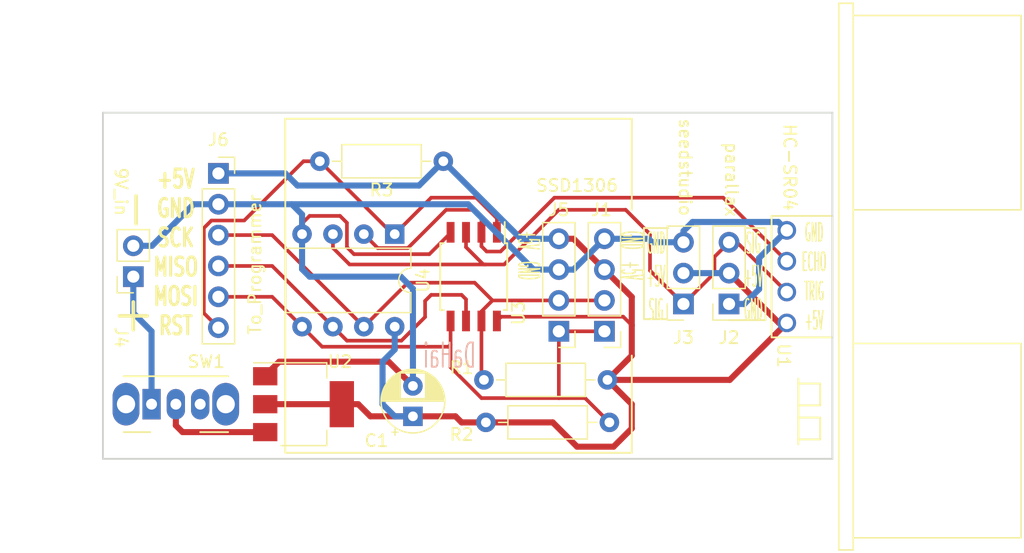
<source format=kicad_pcb>
(kicad_pcb (version 20171130) (host pcbnew "(5.1.9-0-10_14)")

  (general
    (thickness 1.6)
    (drawings 43)
    (tracks 162)
    (zones 0)
    (modules 15)
    (nets 11)
  )

  (page A4)
  (title_block
    (date "lun. 30 mars 2015")
  )

  (layers
    (0 F.Cu signal)
    (31 B.Cu signal)
    (32 B.Adhes user)
    (33 F.Adhes user)
    (34 B.Paste user)
    (35 F.Paste user)
    (36 B.SilkS user)
    (37 F.SilkS user)
    (38 B.Mask user)
    (39 F.Mask user)
    (40 Dwgs.User user)
    (41 Cmts.User user)
    (42 Eco1.User user)
    (43 Eco2.User user)
    (44 Edge.Cuts user)
    (45 Margin user)
    (46 B.CrtYd user)
    (47 F.CrtYd user)
    (48 B.Fab user)
    (49 F.Fab user)
  )

  (setup
    (last_trace_width 0.25)
    (user_trace_width 0.3)
    (user_trace_width 0.5)
    (user_trace_width 1)
    (trace_clearance 0.2)
    (zone_clearance 0.508)
    (zone_45_only no)
    (trace_min 0.2)
    (via_size 0.6)
    (via_drill 0.4)
    (via_min_size 0.4)
    (via_min_drill 0.3)
    (uvia_size 0.3)
    (uvia_drill 0.1)
    (uvias_allowed no)
    (uvia_min_size 0.2)
    (uvia_min_drill 0.1)
    (edge_width 0.15)
    (segment_width 0.15)
    (pcb_text_width 0.3)
    (pcb_text_size 1.5 1.5)
    (mod_edge_width 0.15)
    (mod_text_size 1 1)
    (mod_text_width 0.15)
    (pad_size 4.064 4.064)
    (pad_drill 3.048)
    (pad_to_mask_clearance 0)
    (aux_axis_origin 110.998 126.365)
    (grid_origin 110.998 126.365)
    (visible_elements FFFFFF7F)
    (pcbplotparams
      (layerselection 0x010fc_ffffffff)
      (usegerberextensions false)
      (usegerberattributes true)
      (usegerberadvancedattributes true)
      (creategerberjobfile true)
      (excludeedgelayer true)
      (linewidth 0.100000)
      (plotframeref false)
      (viasonmask false)
      (mode 1)
      (useauxorigin false)
      (hpglpennumber 1)
      (hpglpenspeed 20)
      (hpglpendiameter 15.000000)
      (psnegative false)
      (psa4output false)
      (plotreference true)
      (plotvalue true)
      (plotinvisibletext false)
      (padsonsilk false)
      (subtractmaskfromsilk false)
      (outputformat 1)
      (mirror false)
      (drillshape 0)
      (scaleselection 1)
      (outputdirectory "gerber"))
  )

  (net 0 "")
  (net 1 +5V)
  (net 2 GND)
  (net 3 /SCL)
  (net 4 /SDA)
  (net 5 /Trig)
  (net 6 "Net-(J4-Pad1)")
  (net 7 /RST)
  (net 8 /MISO)
  (net 9 "Net-(SW1-Pad2)")
  (net 10 /Echo)

  (net_class Default "This is the default net class."
    (clearance 0.2)
    (trace_width 0.25)
    (via_dia 0.6)
    (via_drill 0.4)
    (uvia_dia 0.3)
    (uvia_drill 0.1)
    (add_net +5V)
    (add_net /Echo)
    (add_net /MISO)
    (add_net /RST)
    (add_net /SCL)
    (add_net /SDA)
    (add_net /Trig)
    (add_net GND)
    (add_net "Net-(J4-Pad1)")
    (add_net "Net-(SW1-Pad2)")
  )

  (module Resistor_THT:R_Axial_DIN0207_L6.3mm_D2.5mm_P10.16mm_Horizontal (layer F.Cu) (tedit 5AE5139B) (tstamp 611ACB4C)
    (at 147.498 88.865 180)
    (descr "Resistor, Axial_DIN0207 series, Axial, Horizontal, pin pitch=10.16mm, 0.25W = 1/4W, length*diameter=6.3*2.5mm^2, http://cdn-reichelt.de/documents/datenblatt/B400/1_4W%23YAG.pdf")
    (tags "Resistor Axial_DIN0207 series Axial Horizontal pin pitch 10.16mm 0.25W = 1/4W length 6.3mm diameter 2.5mm")
    (path /611D1D60)
    (fp_text reference R3 (at 5.08 -2.37) (layer F.SilkS)
      (effects (font (size 1 1) (thickness 0.15)))
    )
    (fp_text value 10k (at 5.08 2.37) (layer F.Fab)
      (effects (font (size 1 1) (thickness 0.15)))
    )
    (fp_line (start 11.21 -1.5) (end -1.05 -1.5) (layer F.CrtYd) (width 0.05))
    (fp_line (start 11.21 1.5) (end 11.21 -1.5) (layer F.CrtYd) (width 0.05))
    (fp_line (start -1.05 1.5) (end 11.21 1.5) (layer F.CrtYd) (width 0.05))
    (fp_line (start -1.05 -1.5) (end -1.05 1.5) (layer F.CrtYd) (width 0.05))
    (fp_line (start 9.12 0) (end 8.35 0) (layer F.SilkS) (width 0.12))
    (fp_line (start 1.04 0) (end 1.81 0) (layer F.SilkS) (width 0.12))
    (fp_line (start 8.35 -1.37) (end 1.81 -1.37) (layer F.SilkS) (width 0.12))
    (fp_line (start 8.35 1.37) (end 8.35 -1.37) (layer F.SilkS) (width 0.12))
    (fp_line (start 1.81 1.37) (end 8.35 1.37) (layer F.SilkS) (width 0.12))
    (fp_line (start 1.81 -1.37) (end 1.81 1.37) (layer F.SilkS) (width 0.12))
    (fp_line (start 10.16 0) (end 8.23 0) (layer F.Fab) (width 0.1))
    (fp_line (start 0 0) (end 1.93 0) (layer F.Fab) (width 0.1))
    (fp_line (start 8.23 -1.25) (end 1.93 -1.25) (layer F.Fab) (width 0.1))
    (fp_line (start 8.23 1.25) (end 8.23 -1.25) (layer F.Fab) (width 0.1))
    (fp_line (start 1.93 1.25) (end 8.23 1.25) (layer F.Fab) (width 0.1))
    (fp_line (start 1.93 -1.25) (end 1.93 1.25) (layer F.Fab) (width 0.1))
    (fp_text user %R (at 5.08 0) (layer F.Fab)
      (effects (font (size 1 1) (thickness 0.15)))
    )
    (pad 2 thru_hole oval (at 10.16 0 180) (size 1.6 1.6) (drill 0.8) (layers *.Cu *.Mask)
      (net 7 /RST))
    (pad 1 thru_hole circle (at 0 0 180) (size 1.6 1.6) (drill 0.8) (layers *.Cu *.Mask)
      (net 1 +5V))
    (model ${KISYS3DMOD}/Resistor_THT.3dshapes/R_Axial_DIN0207_L6.3mm_D2.5mm_P10.16mm_Horizontal.wrl
      (at (xyz 0 0 0))
      (scale (xyz 1 1 1))
      (rotate (xyz 0 0 0))
    )
  )

  (module Resistor_THT:R_Axial_DIN0207_L6.3mm_D2.5mm_P10.16mm_Horizontal (layer F.Cu) (tedit 5AE5139B) (tstamp 611ACB35)
    (at 150.998 110.365)
    (descr "Resistor, Axial_DIN0207 series, Axial, Horizontal, pin pitch=10.16mm, 0.25W = 1/4W, length*diameter=6.3*2.5mm^2, http://cdn-reichelt.de/documents/datenblatt/B400/1_4W%23YAG.pdf")
    (tags "Resistor Axial_DIN0207 series Axial Horizontal pin pitch 10.16mm 0.25W = 1/4W length 6.3mm diameter 2.5mm")
    (path /611D1C82)
    (fp_text reference R2 (at -2 1) (layer F.SilkS)
      (effects (font (size 1 1) (thickness 0.15)))
    )
    (fp_text value 10k (at 3 0.5) (layer F.Fab)
      (effects (font (size 1 1) (thickness 0.15)))
    )
    (fp_line (start 11.21 -1.5) (end -1.05 -1.5) (layer F.CrtYd) (width 0.05))
    (fp_line (start 11.21 1.5) (end 11.21 -1.5) (layer F.CrtYd) (width 0.05))
    (fp_line (start -1.05 1.5) (end 11.21 1.5) (layer F.CrtYd) (width 0.05))
    (fp_line (start -1.05 -1.5) (end -1.05 1.5) (layer F.CrtYd) (width 0.05))
    (fp_line (start 9.12 0) (end 8.35 0) (layer F.SilkS) (width 0.12))
    (fp_line (start 1.04 0) (end 1.81 0) (layer F.SilkS) (width 0.12))
    (fp_line (start 8.35 -1.37) (end 1.81 -1.37) (layer F.SilkS) (width 0.12))
    (fp_line (start 8.35 1.37) (end 8.35 -1.37) (layer F.SilkS) (width 0.12))
    (fp_line (start 1.81 1.37) (end 8.35 1.37) (layer F.SilkS) (width 0.12))
    (fp_line (start 1.81 -1.37) (end 1.81 1.37) (layer F.SilkS) (width 0.12))
    (fp_line (start 10.16 0) (end 8.23 0) (layer F.Fab) (width 0.1))
    (fp_line (start 0 0) (end 1.93 0) (layer F.Fab) (width 0.1))
    (fp_line (start 8.23 -1.25) (end 1.93 -1.25) (layer F.Fab) (width 0.1))
    (fp_line (start 8.23 1.25) (end 8.23 -1.25) (layer F.Fab) (width 0.1))
    (fp_line (start 1.93 1.25) (end 8.23 1.25) (layer F.Fab) (width 0.1))
    (fp_line (start 1.93 -1.25) (end 1.93 1.25) (layer F.Fab) (width 0.1))
    (fp_text user %R (at 5.08 0) (layer F.Fab)
      (effects (font (size 1 1) (thickness 0.15)))
    )
    (pad 2 thru_hole oval (at 10.16 0) (size 1.6 1.6) (drill 0.8) (layers *.Cu *.Mask)
      (net 4 /SDA))
    (pad 1 thru_hole circle (at 0 0) (size 1.6 1.6) (drill 0.8) (layers *.Cu *.Mask)
      (net 1 +5V))
    (model ${KISYS3DMOD}/Resistor_THT.3dshapes/R_Axial_DIN0207_L6.3mm_D2.5mm_P10.16mm_Horizontal.wrl
      (at (xyz 0 0 0))
      (scale (xyz 1 1 1))
      (rotate (xyz 0 0 0))
    )
  )

  (module Resistor_THT:R_Axial_DIN0207_L6.3mm_D2.5mm_P10.16mm_Horizontal (layer F.Cu) (tedit 5AE5139B) (tstamp 611ACB1E)
    (at 160.998 106.865 180)
    (descr "Resistor, Axial_DIN0207 series, Axial, Horizontal, pin pitch=10.16mm, 0.25W = 1/4W, length*diameter=6.3*2.5mm^2, http://cdn-reichelt.de/documents/datenblatt/B400/1_4W%23YAG.pdf")
    (tags "Resistor Axial_DIN0207 series Axial Horizontal pin pitch 10.16mm 0.25W = 1/4W length 6.3mm diameter 2.5mm")
    (path /611D14F3)
    (fp_text reference R1 (at 12 1) (layer F.SilkS)
      (effects (font (size 1 1) (thickness 0.15)))
    )
    (fp_text value 10k (at 7 -0.5) (layer F.Fab)
      (effects (font (size 1 1) (thickness 0.15)))
    )
    (fp_line (start 11.21 -1.5) (end -1.05 -1.5) (layer F.CrtYd) (width 0.05))
    (fp_line (start 11.21 1.5) (end 11.21 -1.5) (layer F.CrtYd) (width 0.05))
    (fp_line (start -1.05 1.5) (end 11.21 1.5) (layer F.CrtYd) (width 0.05))
    (fp_line (start -1.05 -1.5) (end -1.05 1.5) (layer F.CrtYd) (width 0.05))
    (fp_line (start 9.12 0) (end 8.35 0) (layer F.SilkS) (width 0.12))
    (fp_line (start 1.04 0) (end 1.81 0) (layer F.SilkS) (width 0.12))
    (fp_line (start 8.35 -1.37) (end 1.81 -1.37) (layer F.SilkS) (width 0.12))
    (fp_line (start 8.35 1.37) (end 8.35 -1.37) (layer F.SilkS) (width 0.12))
    (fp_line (start 1.81 1.37) (end 8.35 1.37) (layer F.SilkS) (width 0.12))
    (fp_line (start 1.81 -1.37) (end 1.81 1.37) (layer F.SilkS) (width 0.12))
    (fp_line (start 10.16 0) (end 8.23 0) (layer F.Fab) (width 0.1))
    (fp_line (start 0 0) (end 1.93 0) (layer F.Fab) (width 0.1))
    (fp_line (start 8.23 -1.25) (end 1.93 -1.25) (layer F.Fab) (width 0.1))
    (fp_line (start 8.23 1.25) (end 8.23 -1.25) (layer F.Fab) (width 0.1))
    (fp_line (start 1.93 1.25) (end 8.23 1.25) (layer F.Fab) (width 0.1))
    (fp_line (start 1.93 -1.25) (end 1.93 1.25) (layer F.Fab) (width 0.1))
    (fp_text user %R (at 5.08 0) (layer F.Fab)
      (effects (font (size 1 1) (thickness 0.15)))
    )
    (pad 2 thru_hole oval (at 10.16 0 180) (size 1.6 1.6) (drill 0.8) (layers *.Cu *.Mask)
      (net 3 /SCL))
    (pad 1 thru_hole circle (at 0 0 180) (size 1.6 1.6) (drill 0.8) (layers *.Cu *.Mask)
      (net 1 +5V))
    (model ${KISYS3DMOD}/Resistor_THT.3dshapes/R_Axial_DIN0207_L6.3mm_D2.5mm_P10.16mm_Horizontal.wrl
      (at (xyz 0 0 0))
      (scale (xyz 1 1 1))
      (rotate (xyz 0 0 0))
    )
  )

  (module sonic_oled:SW_CuK_OS102011MA1QN1_SPDT_Angled (layer F.Cu) (tedit 5A02FE31) (tstamp 611AE463)
    (at 123.498 108.865)
    (descr "CuK miniature slide switch, OS series, SPDT, right angle, http://www.ckswitches.com/media/1428/os.pdf")
    (tags "switch SPDT")
    (path /611CAE35)
    (fp_text reference SW1 (at 4.5 -3.5) (layer F.SilkS)
      (effects (font (size 1 1) (thickness 0.15)))
    )
    (fp_text value SW_SPST (at 1.7 7.7) (layer F.Fab)
      (effects (font (size 1 1) (thickness 0.15)))
    )
    (fp_line (start -3.7 -2.7) (end 7.7 -2.7) (layer F.CrtYd) (width 0.05))
    (fp_line (start -3.7 6.7) (end -3.7 -2.7) (layer F.CrtYd) (width 0.05))
    (fp_line (start 7.7 6.7) (end -3.7 6.7) (layer F.CrtYd) (width 0.05))
    (fp_line (start 7.7 -2.7) (end 7.7 6.7) (layer F.CrtYd) (width 0.05))
    (fp_line (start 4 2.3) (end 6.3 2.3) (layer F.SilkS) (width 0.15))
    (fp_line (start -2.3 2.3) (end -0.1 2.3) (layer F.SilkS) (width 0.15))
    (fp_line (start -2.3 -2.3) (end 6.3 -2.3) (layer F.SilkS) (width 0.15))
    (fp_line (start 0 6.2) (end 0 2.2) (layer F.Fab) (width 0.1))
    (fp_line (start 2 6.2) (end 0 6.2) (layer F.Fab) (width 0.1))
    (fp_line (start 2 2.2) (end 2 6.2) (layer F.Fab) (width 0.1))
    (fp_line (start 6.3 2.2) (end 6.3 -2.2) (layer F.Fab) (width 0.1))
    (fp_line (start -2.3 2.2) (end 6.3 2.2) (layer F.Fab) (width 0.1))
    (fp_line (start -2.3 -2.2) (end -2.3 2.2) (layer F.Fab) (width 0.1))
    (fp_line (start -2.3 -2.2) (end 6.3 -2.2) (layer F.Fab) (width 0.1))
    (fp_text user %R (at 2.3 1.7) (layer F.Fab)
      (effects (font (size 0.5 0.5) (thickness 0.1)))
    )
    (pad "" thru_hole oval (at 6.1 0) (size 2.2 3.5) (drill 1.5) (layers *.Cu *.Mask))
    (pad "" thru_hole oval (at -2.1 0) (size 2.2 3.5) (drill 1.5) (layers *.Cu *.Mask))
    (pad 3 thru_hole oval (at 4 0) (size 1.5 2.5) (drill 0.9) (layers *.Cu *.Mask))
    (pad 2 thru_hole oval (at 2 0) (size 1.5 2.5) (drill 0.9) (layers *.Cu *.Mask)
      (net 9 "Net-(SW1-Pad2)"))
    (pad 1 thru_hole rect (at 0 0) (size 1.5 2.5) (drill 0.9) (layers *.Cu *.Mask)
      (net 6 "Net-(J4-Pad1)"))
    (model ${KISYS3DMOD}/Button_Switch_THT.3dshapes/SW_CuK_OS102011MA1QN1_SPDT_Angled.wrl
      (at (xyz 0 0 0))
      (scale (xyz 1 1 1))
      (rotate (xyz 0 0 0))
    )
    (model ${KISYS3DMOD}/Button_Switch_THT.3dshapes/SW_CuK_JS202011AQN_DPDT_Angled.wrl
      (at (xyz 0 0 0))
      (scale (xyz 1 1 1))
      (rotate (xyz 0 0 0))
    )
  )

  (module Package_DIP:DIP-8_W7.62mm (layer F.Cu) (tedit 5A02E8C5) (tstamp 611ACBF4)
    (at 143.498 94.865 270)
    (descr "8-lead though-hole mounted DIP package, row spacing 7.62 mm (300 mils)")
    (tags "THT DIP DIL PDIP 2.54mm 7.62mm 300mil")
    (path /611AB8FC)
    (fp_text reference U4 (at 3.81 -2.33 90) (layer F.SilkS)
      (effects (font (size 1 1) (thickness 0.15)))
    )
    (fp_text value ATtiny85-20PU (at 3.81 9.95 90) (layer F.Fab)
      (effects (font (size 1 1) (thickness 0.15)))
    )
    (fp_line (start 8.7 -1.55) (end -1.1 -1.55) (layer F.CrtYd) (width 0.05))
    (fp_line (start 8.7 9.15) (end 8.7 -1.55) (layer F.CrtYd) (width 0.05))
    (fp_line (start -1.1 9.15) (end 8.7 9.15) (layer F.CrtYd) (width 0.05))
    (fp_line (start -1.1 -1.55) (end -1.1 9.15) (layer F.CrtYd) (width 0.05))
    (fp_line (start 6.46 -1.33) (end 4.81 -1.33) (layer F.SilkS) (width 0.12))
    (fp_line (start 6.46 8.95) (end 6.46 -1.33) (layer F.SilkS) (width 0.12))
    (fp_line (start 1.16 8.95) (end 6.46 8.95) (layer F.SilkS) (width 0.12))
    (fp_line (start 1.16 -1.33) (end 1.16 8.95) (layer F.SilkS) (width 0.12))
    (fp_line (start 2.81 -1.33) (end 1.16 -1.33) (layer F.SilkS) (width 0.12))
    (fp_line (start 0.635 -0.27) (end 1.635 -1.27) (layer F.Fab) (width 0.1))
    (fp_line (start 0.635 8.89) (end 0.635 -0.27) (layer F.Fab) (width 0.1))
    (fp_line (start 6.985 8.89) (end 0.635 8.89) (layer F.Fab) (width 0.1))
    (fp_line (start 6.985 -1.27) (end 6.985 8.89) (layer F.Fab) (width 0.1))
    (fp_line (start 1.635 -1.27) (end 6.985 -1.27) (layer F.Fab) (width 0.1))
    (fp_text user %R (at 3.81 3.81 90) (layer F.Fab)
      (effects (font (size 1 1) (thickness 0.15)))
    )
    (fp_arc (start 3.81 -1.33) (end 2.81 -1.33) (angle -180) (layer F.SilkS) (width 0.12))
    (pad 8 thru_hole oval (at 7.62 0 270) (size 1.6 1.6) (drill 0.8) (layers *.Cu *.Mask)
      (net 1 +5V))
    (pad 4 thru_hole oval (at 0 7.62 270) (size 1.6 1.6) (drill 0.8) (layers *.Cu *.Mask)
      (net 2 GND))
    (pad 7 thru_hole oval (at 7.62 2.54 270) (size 1.6 1.6) (drill 0.8) (layers *.Cu *.Mask)
      (net 3 /SCL))
    (pad 3 thru_hole oval (at 0 5.08 270) (size 1.6 1.6) (drill 0.8) (layers *.Cu *.Mask)
      (net 5 /Trig))
    (pad 6 thru_hole oval (at 7.62 5.08 270) (size 1.6 1.6) (drill 0.8) (layers *.Cu *.Mask)
      (net 8 /MISO))
    (pad 2 thru_hole oval (at 0 2.54 270) (size 1.6 1.6) (drill 0.8) (layers *.Cu *.Mask)
      (net 10 /Echo))
    (pad 5 thru_hole oval (at 7.62 7.62 270) (size 1.6 1.6) (drill 0.8) (layers *.Cu *.Mask)
      (net 4 /SDA))
    (pad 1 thru_hole rect (at 0 0 270) (size 1.6 1.6) (drill 0.8) (layers *.Cu *.Mask)
      (net 7 /RST))
    (model ${KISYS3DMOD}/Package_DIP.3dshapes/DIP-8_W7.62mm.wrl
      (at (xyz 0 0 0))
      (scale (xyz 1 1 1))
      (rotate (xyz 0 0 0))
    )
  )

  (module Package_SO:SOIJ-8_5.3x5.3mm_P1.27mm (layer F.Cu) (tedit 5A02F2D3) (tstamp 611ACBD8)
    (at 149.998 98.365 270)
    (descr "8-Lead Plastic Small Outline (SM) - Medium, 5.28 mm Body [SOIC] (see Microchip Packaging Specification 00000049BS.pdf)")
    (tags "SOIC 1.27")
    (path /611EEF22)
    (attr smd)
    (fp_text reference U3 (at 3 -3.68 90) (layer F.SilkS)
      (effects (font (size 1 1) (thickness 0.15)))
    )
    (fp_text value ATtiny85-20SU (at 0 3.68 90) (layer F.Fab)
      (effects (font (size 1 1) (thickness 0.15)))
    )
    (fp_line (start -2.75 -2.55) (end -4.5 -2.55) (layer F.SilkS) (width 0.15))
    (fp_line (start -2.75 2.755) (end 2.75 2.755) (layer F.SilkS) (width 0.15))
    (fp_line (start -2.75 -2.755) (end 2.75 -2.755) (layer F.SilkS) (width 0.15))
    (fp_line (start -2.75 2.755) (end -2.75 2.455) (layer F.SilkS) (width 0.15))
    (fp_line (start 2.75 2.755) (end 2.75 2.455) (layer F.SilkS) (width 0.15))
    (fp_line (start 2.75 -2.755) (end 2.75 -2.455) (layer F.SilkS) (width 0.15))
    (fp_line (start -2.75 -2.755) (end -2.75 -2.55) (layer F.SilkS) (width 0.15))
    (fp_line (start -4.75 2.95) (end 4.75 2.95) (layer F.CrtYd) (width 0.05))
    (fp_line (start -4.75 -2.95) (end 4.75 -2.95) (layer F.CrtYd) (width 0.05))
    (fp_line (start 4.75 -2.95) (end 4.75 2.95) (layer F.CrtYd) (width 0.05))
    (fp_line (start -4.75 -2.95) (end -4.75 2.95) (layer F.CrtYd) (width 0.05))
    (fp_line (start -2.65 -1.65) (end -1.65 -2.65) (layer F.Fab) (width 0.15))
    (fp_line (start -2.65 2.65) (end -2.65 -1.65) (layer F.Fab) (width 0.15))
    (fp_line (start 2.65 2.65) (end -2.65 2.65) (layer F.Fab) (width 0.15))
    (fp_line (start 2.65 -2.65) (end 2.65 2.65) (layer F.Fab) (width 0.15))
    (fp_line (start -1.65 -2.65) (end 2.65 -2.65) (layer F.Fab) (width 0.15))
    (fp_text user %R (at 0 0 90) (layer F.Fab)
      (effects (font (size 1 1) (thickness 0.15)))
    )
    (pad 8 smd rect (at 3.65 -1.905 270) (size 1.7 0.65) (layers F.Cu F.Paste F.Mask)
      (net 1 +5V))
    (pad 7 smd rect (at 3.65 -0.635 270) (size 1.7 0.65) (layers F.Cu F.Paste F.Mask)
      (net 3 /SCL))
    (pad 6 smd rect (at 3.65 0.635 270) (size 1.7 0.65) (layers F.Cu F.Paste F.Mask)
      (net 8 /MISO))
    (pad 5 smd rect (at 3.65 1.905 270) (size 1.7 0.65) (layers F.Cu F.Paste F.Mask)
      (net 4 /SDA))
    (pad 4 smd rect (at -3.65 1.905 270) (size 1.7 0.65) (layers F.Cu F.Paste F.Mask)
      (net 2 GND))
    (pad 3 smd rect (at -3.65 0.635 270) (size 1.7 0.65) (layers F.Cu F.Paste F.Mask)
      (net 5 /Trig))
    (pad 2 smd rect (at -3.65 -0.635 270) (size 1.7 0.65) (layers F.Cu F.Paste F.Mask)
      (net 10 /Echo))
    (pad 1 smd rect (at -3.65 -1.905 270) (size 1.7 0.65) (layers F.Cu F.Paste F.Mask)
      (net 7 /RST))
    (model ${KISYS3DMOD}/Package_SO.3dshapes/SOIJ-8_5.3x5.3mm_P1.27mm.wrl
      (at (xyz 0 0 0))
      (scale (xyz 1 1 1))
      (rotate (xyz 0 0 0))
    )
  )

  (module Package_TO_SOT_SMD:SOT-223-3_TabPin2 (layer F.Cu) (tedit 5A02FF57) (tstamp 611ACBBB)
    (at 135.998 108.865)
    (descr "module CMS SOT223 4 pins")
    (tags "CMS SOT")
    (path /611ACE3F)
    (attr smd)
    (fp_text reference U2 (at 3 -3.5) (layer F.SilkS)
      (effects (font (size 1 1) (thickness 0.15)))
    )
    (fp_text value LT1117-5.0 (at 0 4.5) (layer F.Fab)
      (effects (font (size 1 1) (thickness 0.15)))
    )
    (fp_line (start 1.85 -3.35) (end 1.85 3.35) (layer F.Fab) (width 0.1))
    (fp_line (start -1.85 3.35) (end 1.85 3.35) (layer F.Fab) (width 0.1))
    (fp_line (start -4.1 -3.41) (end 1.91 -3.41) (layer F.SilkS) (width 0.12))
    (fp_line (start -0.85 -3.35) (end 1.85 -3.35) (layer F.Fab) (width 0.1))
    (fp_line (start -1.85 3.41) (end 1.91 3.41) (layer F.SilkS) (width 0.12))
    (fp_line (start -1.85 -2.35) (end -1.85 3.35) (layer F.Fab) (width 0.1))
    (fp_line (start -1.85 -2.35) (end -0.85 -3.35) (layer F.Fab) (width 0.1))
    (fp_line (start -4.4 -3.6) (end -4.4 3.6) (layer F.CrtYd) (width 0.05))
    (fp_line (start -4.4 3.6) (end 4.4 3.6) (layer F.CrtYd) (width 0.05))
    (fp_line (start 4.4 3.6) (end 4.4 -3.6) (layer F.CrtYd) (width 0.05))
    (fp_line (start 4.4 -3.6) (end -4.4 -3.6) (layer F.CrtYd) (width 0.05))
    (fp_line (start 1.91 -3.41) (end 1.91 -2.15) (layer F.SilkS) (width 0.12))
    (fp_line (start 1.91 3.41) (end 1.91 2.15) (layer F.SilkS) (width 0.12))
    (fp_text user %R (at 0 0 90) (layer F.Fab)
      (effects (font (size 0.8 0.8) (thickness 0.12)))
    )
    (pad 1 smd rect (at -3.15 -2.3) (size 2 1.5) (layers F.Cu F.Paste F.Mask)
      (net 2 GND))
    (pad 3 smd rect (at -3.15 2.3) (size 2 1.5) (layers F.Cu F.Paste F.Mask)
      (net 9 "Net-(SW1-Pad2)"))
    (pad 2 smd rect (at -3.15 0) (size 2 1.5) (layers F.Cu F.Paste F.Mask)
      (net 1 +5V))
    (pad 2 smd rect (at 3.15 0) (size 2 3.8) (layers F.Cu F.Paste F.Mask)
      (net 1 +5V))
    (model ${KISYS3DMOD}/Package_TO_SOT_SMD.3dshapes/SOT-223.wrl
      (at (xyz 0 0 0))
      (scale (xyz 1 1 1))
      (rotate (xyz 0 0 0))
    )
  )

  (module Connector_PinSocket_2.54mm:PinSocket_1x06_P2.54mm_Vertical (layer F.Cu) (tedit 5A19A430) (tstamp 611ACB07)
    (at 128.998 89.865)
    (descr "Through hole straight socket strip, 1x06, 2.54mm pitch, single row (from Kicad 4.0.7), script generated")
    (tags "Through hole socket strip THT 1x06 2.54mm single row")
    (path /611BED81)
    (fp_text reference J6 (at 0 -2.77) (layer F.SilkS)
      (effects (font (size 1 1) (thickness 0.15)))
    )
    (fp_text value To_Programmer (at 3 7.5 -90) (layer F.SilkS)
      (effects (font (size 1 1) (thickness 0.15)))
    )
    (fp_line (start -1.8 14.45) (end -1.8 -1.8) (layer F.CrtYd) (width 0.05))
    (fp_line (start 1.75 14.45) (end -1.8 14.45) (layer F.CrtYd) (width 0.05))
    (fp_line (start 1.75 -1.8) (end 1.75 14.45) (layer F.CrtYd) (width 0.05))
    (fp_line (start -1.8 -1.8) (end 1.75 -1.8) (layer F.CrtYd) (width 0.05))
    (fp_line (start 0 -1.33) (end 1.33 -1.33) (layer F.SilkS) (width 0.12))
    (fp_line (start 1.33 -1.33) (end 1.33 0) (layer F.SilkS) (width 0.12))
    (fp_line (start 1.33 1.27) (end 1.33 14.03) (layer F.SilkS) (width 0.12))
    (fp_line (start -1.33 14.03) (end 1.33 14.03) (layer F.SilkS) (width 0.12))
    (fp_line (start -1.33 1.27) (end -1.33 14.03) (layer F.SilkS) (width 0.12))
    (fp_line (start -1.33 1.27) (end 1.33 1.27) (layer F.SilkS) (width 0.12))
    (fp_line (start -1.27 13.97) (end -1.27 -1.27) (layer F.Fab) (width 0.1))
    (fp_line (start 1.27 13.97) (end -1.27 13.97) (layer F.Fab) (width 0.1))
    (fp_line (start 1.27 -0.635) (end 1.27 13.97) (layer F.Fab) (width 0.1))
    (fp_line (start 0.635 -1.27) (end 1.27 -0.635) (layer F.Fab) (width 0.1))
    (fp_line (start -1.27 -1.27) (end 0.635 -1.27) (layer F.Fab) (width 0.1))
    (fp_text user %R (at 0 6.35 -270) (layer F.Fab)
      (effects (font (size 1 1) (thickness 0.15)))
    )
    (pad 6 thru_hole oval (at 0 12.7) (size 1.7 1.7) (drill 1) (layers *.Cu *.Mask)
      (net 7 /RST))
    (pad 5 thru_hole oval (at 0 10.16) (size 1.7 1.7) (drill 1) (layers *.Cu *.Mask)
      (net 4 /SDA))
    (pad 4 thru_hole oval (at 0 7.62) (size 1.7 1.7) (drill 1) (layers *.Cu *.Mask)
      (net 8 /MISO))
    (pad 3 thru_hole oval (at 0 5.08) (size 1.7 1.7) (drill 1) (layers *.Cu *.Mask)
      (net 3 /SCL))
    (pad 2 thru_hole oval (at 0 2.54) (size 1.7 1.7) (drill 1) (layers *.Cu *.Mask)
      (net 2 GND))
    (pad 1 thru_hole rect (at 0 0) (size 1.7 1.7) (drill 1) (layers *.Cu *.Mask)
      (net 1 +5V))
    (model ${KISYS3DMOD}/Connector_PinSocket_2.54mm.3dshapes/PinSocket_1x06_P2.54mm_Vertical.wrl
      (at (xyz 0 0 0))
      (scale (xyz 1 1 1))
      (rotate (xyz 0 0 0))
    )
  )

  (module Connector_PinHeader_2.54mm:PinHeader_1x04_P2.54mm_Vertical (layer F.Cu) (tedit 59FED5CC) (tstamp 611ACAED)
    (at 156.998 102.865 180)
    (descr "Through hole straight pin header, 1x04, 2.54mm pitch, single row")
    (tags "Through hole pin header THT 1x04 2.54mm single row")
    (path /611B989E)
    (fp_text reference J5 (at 0 10) (layer F.SilkS)
      (effects (font (size 1 1) (thickness 0.15)))
    )
    (fp_text value SSD1306 (at -1.5 12) (layer F.SilkS)
      (effects (font (size 1 1) (thickness 0.15)))
    )
    (fp_line (start 1.8 -1.8) (end -1.8 -1.8) (layer F.CrtYd) (width 0.05))
    (fp_line (start 1.8 9.4) (end 1.8 -1.8) (layer F.CrtYd) (width 0.05))
    (fp_line (start -1.8 9.4) (end 1.8 9.4) (layer F.CrtYd) (width 0.05))
    (fp_line (start -1.8 -1.8) (end -1.8 9.4) (layer F.CrtYd) (width 0.05))
    (fp_line (start -1.33 -1.33) (end 0 -1.33) (layer F.SilkS) (width 0.12))
    (fp_line (start -1.33 0) (end -1.33 -1.33) (layer F.SilkS) (width 0.12))
    (fp_line (start -1.33 1.27) (end 1.33 1.27) (layer F.SilkS) (width 0.12))
    (fp_line (start 1.33 1.27) (end 1.33 8.95) (layer F.SilkS) (width 0.12))
    (fp_line (start -1.33 1.27) (end -1.33 8.95) (layer F.SilkS) (width 0.12))
    (fp_line (start -1.33 8.95) (end 1.33 8.95) (layer F.SilkS) (width 0.12))
    (fp_line (start -1.27 -0.635) (end -0.635 -1.27) (layer F.Fab) (width 0.1))
    (fp_line (start -1.27 8.89) (end -1.27 -0.635) (layer F.Fab) (width 0.1))
    (fp_line (start 1.27 8.89) (end -1.27 8.89) (layer F.Fab) (width 0.1))
    (fp_line (start 1.27 -1.27) (end 1.27 8.89) (layer F.Fab) (width 0.1))
    (fp_line (start -0.635 -1.27) (end 1.27 -1.27) (layer F.Fab) (width 0.1))
    (fp_text user %R (at 0 3.81 90) (layer F.Fab)
      (effects (font (size 1 1) (thickness 0.15)))
    )
    (pad 4 thru_hole oval (at 0 7.62 180) (size 1.7 1.7) (drill 1) (layers *.Cu *.Mask)
      (net 1 +5V))
    (pad 3 thru_hole oval (at 0 5.08 180) (size 1.7 1.7) (drill 1) (layers *.Cu *.Mask)
      (net 2 GND))
    (pad 2 thru_hole oval (at 0 2.54 180) (size 1.7 1.7) (drill 1) (layers *.Cu *.Mask)
      (net 3 /SCL))
    (pad 1 thru_hole rect (at 0 0 180) (size 1.7 1.7) (drill 1) (layers *.Cu *.Mask)
      (net 4 /SDA))
    (model ${KISYS3DMOD}/Connector_PinHeader_2.54mm.3dshapes/PinHeader_1x04_P2.54mm_Vertical.wrl
      (at (xyz 0 0 0))
      (scale (xyz 1 1 1))
      (rotate (xyz 0 0 0))
    )
  )

  (module Connector_PinSocket_2.54mm:PinSocket_1x02_P2.54mm_Vertical (layer F.Cu) (tedit 5A19A420) (tstamp 611ACAD5)
    (at 121.998 98.365 180)
    (descr "Through hole straight socket strip, 1x02, 2.54mm pitch, single row (from Kicad 4.0.7), script generated")
    (tags "Through hole socket strip THT 1x02 2.54mm single row")
    (path /611B02E8)
    (fp_text reference J4 (at 1 -5 270 unlocked) (layer F.SilkS)
      (effects (font (size 1 1) (thickness 0.15)))
    )
    (fp_text value 9V_in (at 1 7 270 unlocked) (layer F.SilkS)
      (effects (font (size 1 1) (thickness 0.15)))
    )
    (fp_line (start -1.8 4.3) (end -1.8 -1.8) (layer F.CrtYd) (width 0.05))
    (fp_line (start 1.75 4.3) (end -1.8 4.3) (layer F.CrtYd) (width 0.05))
    (fp_line (start 1.75 -1.8) (end 1.75 4.3) (layer F.CrtYd) (width 0.05))
    (fp_line (start -1.8 -1.8) (end 1.75 -1.8) (layer F.CrtYd) (width 0.05))
    (fp_line (start 0 -1.33) (end 1.33 -1.33) (layer F.SilkS) (width 0.12))
    (fp_line (start 1.33 -1.33) (end 1.33 0) (layer F.SilkS) (width 0.12))
    (fp_line (start 1.33 1.27) (end 1.33 3.87) (layer F.SilkS) (width 0.12))
    (fp_line (start -1.33 3.87) (end 1.33 3.87) (layer F.SilkS) (width 0.12))
    (fp_line (start -1.33 1.27) (end -1.33 3.87) (layer F.SilkS) (width 0.12))
    (fp_line (start -1.33 1.27) (end 1.33 1.27) (layer F.SilkS) (width 0.12))
    (fp_line (start -1.27 3.81) (end -1.27 -1.27) (layer F.Fab) (width 0.1))
    (fp_line (start 1.27 3.81) (end -1.27 3.81) (layer F.Fab) (width 0.1))
    (fp_line (start 1.27 -0.635) (end 1.27 3.81) (layer F.Fab) (width 0.1))
    (fp_line (start 0.635 -1.27) (end 1.27 -0.635) (layer F.Fab) (width 0.1))
    (fp_line (start -1.27 -1.27) (end 0.635 -1.27) (layer F.Fab) (width 0.1))
    (fp_text user %R (at 0 1.27 90) (layer F.Fab)
      (effects (font (size 1 1) (thickness 0.15)))
    )
    (pad 2 thru_hole oval (at 0 2.54 180) (size 1.7 1.7) (drill 1) (layers *.Cu *.Mask)
      (net 2 GND))
    (pad 1 thru_hole rect (at 0 0 180) (size 1.7 1.7) (drill 1) (layers *.Cu *.Mask)
      (net 6 "Net-(J4-Pad1)"))
    (model ${KISYS3DMOD}/Connector_PinSocket_2.54mm.3dshapes/PinSocket_1x02_P2.54mm_Vertical.wrl
      (at (xyz 0 0 0))
      (scale (xyz 1 1 1))
      (rotate (xyz 0 0 0))
    )
    (model "./9V Battery.wrl"
      (offset (xyz -50 -0.5 -26.5))
      (scale (xyz 0.39 0.39 0.39))
      (rotate (xyz 90 0 90))
    )
  )

  (module Capacitor_THT:CP_Radial_D5.0mm_P2.50mm (layer F.Cu) (tedit 5AE50EF0) (tstamp 611ACA39)
    (at 144.998 109.865 90)
    (descr "CP, Radial series, Radial, pin pitch=2.50mm, , diameter=5mm, Electrolytic Capacitor")
    (tags "CP Radial series Radial pin pitch 2.50mm  diameter 5mm Electrolytic Capacitor")
    (path /611B43A9)
    (fp_text reference C1 (at -2 -3 180) (layer F.SilkS)
      (effects (font (size 1 1) (thickness 0.15)))
    )
    (fp_text value 10u (at 1.25 3.75 90) (layer F.Fab)
      (effects (font (size 1 1) (thickness 0.15)))
    )
    (fp_line (start -1.304775 -1.725) (end -1.304775 -1.225) (layer F.SilkS) (width 0.12))
    (fp_line (start -1.554775 -1.475) (end -1.054775 -1.475) (layer F.SilkS) (width 0.12))
    (fp_line (start 3.851 -0.284) (end 3.851 0.284) (layer F.SilkS) (width 0.12))
    (fp_line (start 3.811 -0.518) (end 3.811 0.518) (layer F.SilkS) (width 0.12))
    (fp_line (start 3.771 -0.677) (end 3.771 0.677) (layer F.SilkS) (width 0.12))
    (fp_line (start 3.731 -0.805) (end 3.731 0.805) (layer F.SilkS) (width 0.12))
    (fp_line (start 3.691 -0.915) (end 3.691 0.915) (layer F.SilkS) (width 0.12))
    (fp_line (start 3.651 -1.011) (end 3.651 1.011) (layer F.SilkS) (width 0.12))
    (fp_line (start 3.611 -1.098) (end 3.611 1.098) (layer F.SilkS) (width 0.12))
    (fp_line (start 3.571 -1.178) (end 3.571 1.178) (layer F.SilkS) (width 0.12))
    (fp_line (start 3.531 1.04) (end 3.531 1.251) (layer F.SilkS) (width 0.12))
    (fp_line (start 3.531 -1.251) (end 3.531 -1.04) (layer F.SilkS) (width 0.12))
    (fp_line (start 3.491 1.04) (end 3.491 1.319) (layer F.SilkS) (width 0.12))
    (fp_line (start 3.491 -1.319) (end 3.491 -1.04) (layer F.SilkS) (width 0.12))
    (fp_line (start 3.451 1.04) (end 3.451 1.383) (layer F.SilkS) (width 0.12))
    (fp_line (start 3.451 -1.383) (end 3.451 -1.04) (layer F.SilkS) (width 0.12))
    (fp_line (start 3.411 1.04) (end 3.411 1.443) (layer F.SilkS) (width 0.12))
    (fp_line (start 3.411 -1.443) (end 3.411 -1.04) (layer F.SilkS) (width 0.12))
    (fp_line (start 3.371 1.04) (end 3.371 1.5) (layer F.SilkS) (width 0.12))
    (fp_line (start 3.371 -1.5) (end 3.371 -1.04) (layer F.SilkS) (width 0.12))
    (fp_line (start 3.331 1.04) (end 3.331 1.554) (layer F.SilkS) (width 0.12))
    (fp_line (start 3.331 -1.554) (end 3.331 -1.04) (layer F.SilkS) (width 0.12))
    (fp_line (start 3.291 1.04) (end 3.291 1.605) (layer F.SilkS) (width 0.12))
    (fp_line (start 3.291 -1.605) (end 3.291 -1.04) (layer F.SilkS) (width 0.12))
    (fp_line (start 3.251 1.04) (end 3.251 1.653) (layer F.SilkS) (width 0.12))
    (fp_line (start 3.251 -1.653) (end 3.251 -1.04) (layer F.SilkS) (width 0.12))
    (fp_line (start 3.211 1.04) (end 3.211 1.699) (layer F.SilkS) (width 0.12))
    (fp_line (start 3.211 -1.699) (end 3.211 -1.04) (layer F.SilkS) (width 0.12))
    (fp_line (start 3.171 1.04) (end 3.171 1.743) (layer F.SilkS) (width 0.12))
    (fp_line (start 3.171 -1.743) (end 3.171 -1.04) (layer F.SilkS) (width 0.12))
    (fp_line (start 3.131 1.04) (end 3.131 1.785) (layer F.SilkS) (width 0.12))
    (fp_line (start 3.131 -1.785) (end 3.131 -1.04) (layer F.SilkS) (width 0.12))
    (fp_line (start 3.091 1.04) (end 3.091 1.826) (layer F.SilkS) (width 0.12))
    (fp_line (start 3.091 -1.826) (end 3.091 -1.04) (layer F.SilkS) (width 0.12))
    (fp_line (start 3.051 1.04) (end 3.051 1.864) (layer F.SilkS) (width 0.12))
    (fp_line (start 3.051 -1.864) (end 3.051 -1.04) (layer F.SilkS) (width 0.12))
    (fp_line (start 3.011 1.04) (end 3.011 1.901) (layer F.SilkS) (width 0.12))
    (fp_line (start 3.011 -1.901) (end 3.011 -1.04) (layer F.SilkS) (width 0.12))
    (fp_line (start 2.971 1.04) (end 2.971 1.937) (layer F.SilkS) (width 0.12))
    (fp_line (start 2.971 -1.937) (end 2.971 -1.04) (layer F.SilkS) (width 0.12))
    (fp_line (start 2.931 1.04) (end 2.931 1.971) (layer F.SilkS) (width 0.12))
    (fp_line (start 2.931 -1.971) (end 2.931 -1.04) (layer F.SilkS) (width 0.12))
    (fp_line (start 2.891 1.04) (end 2.891 2.004) (layer F.SilkS) (width 0.12))
    (fp_line (start 2.891 -2.004) (end 2.891 -1.04) (layer F.SilkS) (width 0.12))
    (fp_line (start 2.851 1.04) (end 2.851 2.035) (layer F.SilkS) (width 0.12))
    (fp_line (start 2.851 -2.035) (end 2.851 -1.04) (layer F.SilkS) (width 0.12))
    (fp_line (start 2.811 1.04) (end 2.811 2.065) (layer F.SilkS) (width 0.12))
    (fp_line (start 2.811 -2.065) (end 2.811 -1.04) (layer F.SilkS) (width 0.12))
    (fp_line (start 2.771 1.04) (end 2.771 2.095) (layer F.SilkS) (width 0.12))
    (fp_line (start 2.771 -2.095) (end 2.771 -1.04) (layer F.SilkS) (width 0.12))
    (fp_line (start 2.731 1.04) (end 2.731 2.122) (layer F.SilkS) (width 0.12))
    (fp_line (start 2.731 -2.122) (end 2.731 -1.04) (layer F.SilkS) (width 0.12))
    (fp_line (start 2.691 1.04) (end 2.691 2.149) (layer F.SilkS) (width 0.12))
    (fp_line (start 2.691 -2.149) (end 2.691 -1.04) (layer F.SilkS) (width 0.12))
    (fp_line (start 2.651 1.04) (end 2.651 2.175) (layer F.SilkS) (width 0.12))
    (fp_line (start 2.651 -2.175) (end 2.651 -1.04) (layer F.SilkS) (width 0.12))
    (fp_line (start 2.611 1.04) (end 2.611 2.2) (layer F.SilkS) (width 0.12))
    (fp_line (start 2.611 -2.2) (end 2.611 -1.04) (layer F.SilkS) (width 0.12))
    (fp_line (start 2.571 1.04) (end 2.571 2.224) (layer F.SilkS) (width 0.12))
    (fp_line (start 2.571 -2.224) (end 2.571 -1.04) (layer F.SilkS) (width 0.12))
    (fp_line (start 2.531 1.04) (end 2.531 2.247) (layer F.SilkS) (width 0.12))
    (fp_line (start 2.531 -2.247) (end 2.531 -1.04) (layer F.SilkS) (width 0.12))
    (fp_line (start 2.491 1.04) (end 2.491 2.268) (layer F.SilkS) (width 0.12))
    (fp_line (start 2.491 -2.268) (end 2.491 -1.04) (layer F.SilkS) (width 0.12))
    (fp_line (start 2.451 1.04) (end 2.451 2.29) (layer F.SilkS) (width 0.12))
    (fp_line (start 2.451 -2.29) (end 2.451 -1.04) (layer F.SilkS) (width 0.12))
    (fp_line (start 2.411 1.04) (end 2.411 2.31) (layer F.SilkS) (width 0.12))
    (fp_line (start 2.411 -2.31) (end 2.411 -1.04) (layer F.SilkS) (width 0.12))
    (fp_line (start 2.371 1.04) (end 2.371 2.329) (layer F.SilkS) (width 0.12))
    (fp_line (start 2.371 -2.329) (end 2.371 -1.04) (layer F.SilkS) (width 0.12))
    (fp_line (start 2.331 1.04) (end 2.331 2.348) (layer F.SilkS) (width 0.12))
    (fp_line (start 2.331 -2.348) (end 2.331 -1.04) (layer F.SilkS) (width 0.12))
    (fp_line (start 2.291 1.04) (end 2.291 2.365) (layer F.SilkS) (width 0.12))
    (fp_line (start 2.291 -2.365) (end 2.291 -1.04) (layer F.SilkS) (width 0.12))
    (fp_line (start 2.251 1.04) (end 2.251 2.382) (layer F.SilkS) (width 0.12))
    (fp_line (start 2.251 -2.382) (end 2.251 -1.04) (layer F.SilkS) (width 0.12))
    (fp_line (start 2.211 1.04) (end 2.211 2.398) (layer F.SilkS) (width 0.12))
    (fp_line (start 2.211 -2.398) (end 2.211 -1.04) (layer F.SilkS) (width 0.12))
    (fp_line (start 2.171 1.04) (end 2.171 2.414) (layer F.SilkS) (width 0.12))
    (fp_line (start 2.171 -2.414) (end 2.171 -1.04) (layer F.SilkS) (width 0.12))
    (fp_line (start 2.131 1.04) (end 2.131 2.428) (layer F.SilkS) (width 0.12))
    (fp_line (start 2.131 -2.428) (end 2.131 -1.04) (layer F.SilkS) (width 0.12))
    (fp_line (start 2.091 1.04) (end 2.091 2.442) (layer F.SilkS) (width 0.12))
    (fp_line (start 2.091 -2.442) (end 2.091 -1.04) (layer F.SilkS) (width 0.12))
    (fp_line (start 2.051 1.04) (end 2.051 2.455) (layer F.SilkS) (width 0.12))
    (fp_line (start 2.051 -2.455) (end 2.051 -1.04) (layer F.SilkS) (width 0.12))
    (fp_line (start 2.011 1.04) (end 2.011 2.468) (layer F.SilkS) (width 0.12))
    (fp_line (start 2.011 -2.468) (end 2.011 -1.04) (layer F.SilkS) (width 0.12))
    (fp_line (start 1.971 1.04) (end 1.971 2.48) (layer F.SilkS) (width 0.12))
    (fp_line (start 1.971 -2.48) (end 1.971 -1.04) (layer F.SilkS) (width 0.12))
    (fp_line (start 1.93 1.04) (end 1.93 2.491) (layer F.SilkS) (width 0.12))
    (fp_line (start 1.93 -2.491) (end 1.93 -1.04) (layer F.SilkS) (width 0.12))
    (fp_line (start 1.89 1.04) (end 1.89 2.501) (layer F.SilkS) (width 0.12))
    (fp_line (start 1.89 -2.501) (end 1.89 -1.04) (layer F.SilkS) (width 0.12))
    (fp_line (start 1.85 1.04) (end 1.85 2.511) (layer F.SilkS) (width 0.12))
    (fp_line (start 1.85 -2.511) (end 1.85 -1.04) (layer F.SilkS) (width 0.12))
    (fp_line (start 1.81 1.04) (end 1.81 2.52) (layer F.SilkS) (width 0.12))
    (fp_line (start 1.81 -2.52) (end 1.81 -1.04) (layer F.SilkS) (width 0.12))
    (fp_line (start 1.77 1.04) (end 1.77 2.528) (layer F.SilkS) (width 0.12))
    (fp_line (start 1.77 -2.528) (end 1.77 -1.04) (layer F.SilkS) (width 0.12))
    (fp_line (start 1.73 1.04) (end 1.73 2.536) (layer F.SilkS) (width 0.12))
    (fp_line (start 1.73 -2.536) (end 1.73 -1.04) (layer F.SilkS) (width 0.12))
    (fp_line (start 1.69 1.04) (end 1.69 2.543) (layer F.SilkS) (width 0.12))
    (fp_line (start 1.69 -2.543) (end 1.69 -1.04) (layer F.SilkS) (width 0.12))
    (fp_line (start 1.65 1.04) (end 1.65 2.55) (layer F.SilkS) (width 0.12))
    (fp_line (start 1.65 -2.55) (end 1.65 -1.04) (layer F.SilkS) (width 0.12))
    (fp_line (start 1.61 1.04) (end 1.61 2.556) (layer F.SilkS) (width 0.12))
    (fp_line (start 1.61 -2.556) (end 1.61 -1.04) (layer F.SilkS) (width 0.12))
    (fp_line (start 1.57 1.04) (end 1.57 2.561) (layer F.SilkS) (width 0.12))
    (fp_line (start 1.57 -2.561) (end 1.57 -1.04) (layer F.SilkS) (width 0.12))
    (fp_line (start 1.53 1.04) (end 1.53 2.565) (layer F.SilkS) (width 0.12))
    (fp_line (start 1.53 -2.565) (end 1.53 -1.04) (layer F.SilkS) (width 0.12))
    (fp_line (start 1.49 1.04) (end 1.49 2.569) (layer F.SilkS) (width 0.12))
    (fp_line (start 1.49 -2.569) (end 1.49 -1.04) (layer F.SilkS) (width 0.12))
    (fp_line (start 1.45 -2.573) (end 1.45 2.573) (layer F.SilkS) (width 0.12))
    (fp_line (start 1.41 -2.576) (end 1.41 2.576) (layer F.SilkS) (width 0.12))
    (fp_line (start 1.37 -2.578) (end 1.37 2.578) (layer F.SilkS) (width 0.12))
    (fp_line (start 1.33 -2.579) (end 1.33 2.579) (layer F.SilkS) (width 0.12))
    (fp_line (start 1.29 -2.58) (end 1.29 2.58) (layer F.SilkS) (width 0.12))
    (fp_line (start 1.25 -2.58) (end 1.25 2.58) (layer F.SilkS) (width 0.12))
    (fp_line (start -0.633605 -1.3375) (end -0.633605 -0.8375) (layer F.Fab) (width 0.1))
    (fp_line (start -0.883605 -1.0875) (end -0.383605 -1.0875) (layer F.Fab) (width 0.1))
    (fp_circle (center 1.25 0) (end 4 0) (layer F.CrtYd) (width 0.05))
    (fp_circle (center 1.25 0) (end 3.87 0) (layer F.SilkS) (width 0.12))
    (fp_circle (center 1.25 0) (end 3.75 0) (layer F.Fab) (width 0.1))
    (fp_text user %R (at 1.25 0 90) (layer F.Fab)
      (effects (font (size 1 1) (thickness 0.15)))
    )
    (pad 2 thru_hole circle (at 2.5 0 90) (size 1.6 1.6) (drill 0.8) (layers *.Cu *.Mask)
      (net 2 GND))
    (pad 1 thru_hole rect (at 0 0 90) (size 1.6 1.6) (drill 0.8) (layers *.Cu *.Mask)
      (net 1 +5V))
    (model ${KISYS3DMOD}/Capacitor_THT.3dshapes/CP_Radial_D5.0mm_P2.50mm.wrl
      (at (xyz 0 0 0))
      (scale (xyz 1 1 1))
      (rotate (xyz 0 0 0))
    )
  )

  (module Connector_PinSocket_2.54mm:PinSocket_1x03_P2.54mm_Vertical (layer F.Cu) (tedit 5A19A429) (tstamp 6119F4E8)
    (at 167.248 100.615 180)
    (descr "Through hole straight socket strip, 1x03, 2.54mm pitch, single row (from Kicad 4.0.7), script generated")
    (tags "Through hole socket strip THT 1x03 2.54mm single row")
    (path /611CA25E)
    (fp_text reference J3 (at 0 -2.77) (layer F.SilkS)
      (effects (font (size 1 1) (thickness 0.15)))
    )
    (fp_text value seedstudio (at -0.15 11.25 270 unlocked) (layer F.SilkS)
      (effects (font (size 1 1) (thickness 0.15)))
    )
    (fp_line (start -1.27 -1.27) (end 0.635 -1.27) (layer F.Fab) (width 0.1))
    (fp_line (start 0.635 -1.27) (end 1.27 -0.635) (layer F.Fab) (width 0.1))
    (fp_line (start 1.27 -0.635) (end 1.27 6.35) (layer F.Fab) (width 0.1))
    (fp_line (start 1.27 6.35) (end -1.27 6.35) (layer F.Fab) (width 0.1))
    (fp_line (start -1.27 6.35) (end -1.27 -1.27) (layer F.Fab) (width 0.1))
    (fp_line (start -1.33 1.27) (end 1.33 1.27) (layer F.SilkS) (width 0.12))
    (fp_line (start -1.33 1.27) (end -1.33 6.41) (layer F.SilkS) (width 0.12))
    (fp_line (start -1.33 6.41) (end 1.33 6.41) (layer F.SilkS) (width 0.12))
    (fp_line (start 1.33 1.27) (end 1.33 6.41) (layer F.SilkS) (width 0.12))
    (fp_line (start 1.33 -1.33) (end 1.33 0) (layer F.SilkS) (width 0.12))
    (fp_line (start 0 -1.33) (end 1.33 -1.33) (layer F.SilkS) (width 0.12))
    (fp_line (start -1.8 -1.8) (end 1.75 -1.8) (layer F.CrtYd) (width 0.05))
    (fp_line (start 1.75 -1.8) (end 1.75 6.85) (layer F.CrtYd) (width 0.05))
    (fp_line (start 1.75 6.85) (end -1.8 6.85) (layer F.CrtYd) (width 0.05))
    (fp_line (start -1.8 6.85) (end -1.8 -1.8) (layer F.CrtYd) (width 0.05))
    (fp_text user %R (at 0 2.54 90) (layer F.Fab)
      (effects (font (size 1 1) (thickness 0.15)))
    )
    (pad 3 thru_hole oval (at 0 5.08 180) (size 1.7 1.7) (drill 1) (layers *.Cu *.Mask)
      (net 2 GND))
    (pad 2 thru_hole oval (at 0 2.54 180) (size 1.7 1.7) (drill 1) (layers *.Cu *.Mask)
      (net 1 +5V))
    (pad 1 thru_hole rect (at 0 0 180) (size 1.7 1.7) (drill 1) (layers *.Cu *.Mask)
      (net 5 /Trig))
    (model ${KISYS3DMOD}/Connector_PinSocket_2.54mm.3dshapes/PinSocket_1x03_P2.54mm_Vertical.wrl
      (at (xyz 0 0 0))
      (scale (xyz 1 1 1))
      (rotate (xyz 0 0 0))
    )
  )

  (module Connector_PinSocket_2.54mm:PinSocket_1x03_P2.54mm_Vertical (layer F.Cu) (tedit 5A19A429) (tstamp 6119EF94)
    (at 170.998 100.615 180)
    (descr "Through hole straight socket strip, 1x03, 2.54mm pitch, single row (from Kicad 4.0.7), script generated")
    (tags "Through hole socket strip THT 1x03 2.54mm single row")
    (path /611C2D91)
    (fp_text reference J2 (at 0 -2.77) (layer F.SilkS)
      (effects (font (size 1 1) (thickness 0.15)))
    )
    (fp_text value parallax (at -0.2 10.25 270 unlocked) (layer F.SilkS)
      (effects (font (size 1 1) (thickness 0.15)))
    )
    (fp_line (start -1.27 -1.27) (end 0.635 -1.27) (layer F.Fab) (width 0.1))
    (fp_line (start 0.635 -1.27) (end 1.27 -0.635) (layer F.Fab) (width 0.1))
    (fp_line (start 1.27 -0.635) (end 1.27 6.35) (layer F.Fab) (width 0.1))
    (fp_line (start 1.27 6.35) (end -1.27 6.35) (layer F.Fab) (width 0.1))
    (fp_line (start -1.27 6.35) (end -1.27 -1.27) (layer F.Fab) (width 0.1))
    (fp_line (start -1.33 1.27) (end 1.33 1.27) (layer F.SilkS) (width 0.12))
    (fp_line (start -1.33 1.27) (end -1.33 6.41) (layer F.SilkS) (width 0.12))
    (fp_line (start -1.33 6.41) (end 1.33 6.41) (layer F.SilkS) (width 0.12))
    (fp_line (start 1.33 1.27) (end 1.33 6.41) (layer F.SilkS) (width 0.12))
    (fp_line (start 1.33 -1.33) (end 1.33 0) (layer F.SilkS) (width 0.12))
    (fp_line (start 0 -1.33) (end 1.33 -1.33) (layer F.SilkS) (width 0.12))
    (fp_line (start -1.8 -1.8) (end 1.75 -1.8) (layer F.CrtYd) (width 0.05))
    (fp_line (start 1.75 -1.8) (end 1.75 6.85) (layer F.CrtYd) (width 0.05))
    (fp_line (start 1.75 6.85) (end -1.8 6.85) (layer F.CrtYd) (width 0.05))
    (fp_line (start -1.8 6.85) (end -1.8 -1.8) (layer F.CrtYd) (width 0.05))
    (fp_text user %R (at 0 2.54 90) (layer F.Fab)
      (effects (font (size 1 1) (thickness 0.15)))
    )
    (pad 3 thru_hole oval (at 0 5.08 180) (size 1.7 1.7) (drill 1) (layers *.Cu *.Mask)
      (net 5 /Trig))
    (pad 2 thru_hole oval (at 0 2.54 180) (size 1.7 1.7) (drill 1) (layers *.Cu *.Mask)
      (net 1 +5V))
    (pad 1 thru_hole rect (at 0 0 180) (size 1.7 1.7) (drill 1) (layers *.Cu *.Mask)
      (net 2 GND))
    (model ${KISYS3DMOD}/Connector_PinSocket_2.54mm.3dshapes/PinSocket_1x03_P2.54mm_Vertical.wrl
      (at (xyz 0 0 0))
      (scale (xyz 1 1 1))
      (rotate (xyz 0 0 0))
    )
  )

  (module Connector_PinHeader_2.54mm:PinHeader_1x04_P2.54mm_Vertical (layer F.Cu) (tedit 59FED5CC) (tstamp 61151F9B)
    (at 160.748 102.865 180)
    (descr "Through hole straight pin header, 1x04, 2.54mm pitch, single row")
    (tags "Through hole pin header THT 1x04 2.54mm single row")
    (path /6114F24C)
    (fp_text reference J1 (at 0.25 10) (layer F.SilkS)
      (effects (font (size 1 1) (thickness 0.15)))
    )
    (fp_text value SSD1306 (at 0 9.95) (layer F.Fab)
      (effects (font (size 1 1) (thickness 0.15)))
    )
    (fp_line (start -0.635 -1.27) (end 1.27 -1.27) (layer F.Fab) (width 0.1))
    (fp_line (start 1.27 -1.27) (end 1.27 8.89) (layer F.Fab) (width 0.1))
    (fp_line (start 1.27 8.89) (end -1.27 8.89) (layer F.Fab) (width 0.1))
    (fp_line (start -1.27 8.89) (end -1.27 -0.635) (layer F.Fab) (width 0.1))
    (fp_line (start -1.27 -0.635) (end -0.635 -1.27) (layer F.Fab) (width 0.1))
    (fp_line (start -1.33 8.95) (end 1.33 8.95) (layer F.SilkS) (width 0.12))
    (fp_line (start -1.33 1.27) (end -1.33 8.95) (layer F.SilkS) (width 0.12))
    (fp_line (start 1.33 1.27) (end 1.33 8.95) (layer F.SilkS) (width 0.12))
    (fp_line (start -1.33 1.27) (end 1.33 1.27) (layer F.SilkS) (width 0.12))
    (fp_line (start -1.33 0) (end -1.33 -1.33) (layer F.SilkS) (width 0.12))
    (fp_line (start -1.33 -1.33) (end 0 -1.33) (layer F.SilkS) (width 0.12))
    (fp_line (start -1.8 -1.8) (end -1.8 9.4) (layer F.CrtYd) (width 0.05))
    (fp_line (start -1.8 9.4) (end 1.8 9.4) (layer F.CrtYd) (width 0.05))
    (fp_line (start 1.8 9.4) (end 1.8 -1.8) (layer F.CrtYd) (width 0.05))
    (fp_line (start 1.8 -1.8) (end -1.8 -1.8) (layer F.CrtYd) (width 0.05))
    (fp_text user %R (at 0 3.81 90) (layer F.Fab)
      (effects (font (size 1 1) (thickness 0.15)))
    )
    (pad 4 thru_hole oval (at 0 7.62 180) (size 1.7 1.7) (drill 1) (layers *.Cu *.Mask)
      (net 2 GND))
    (pad 3 thru_hole oval (at 0 5.08 180) (size 1.7 1.7) (drill 1) (layers *.Cu *.Mask)
      (net 1 +5V))
    (pad 2 thru_hole oval (at 0 2.54 180) (size 1.7 1.7) (drill 1) (layers *.Cu *.Mask)
      (net 3 /SCL))
    (pad 1 thru_hole rect (at 0 0 180) (size 1.7 1.7) (drill 1) (layers *.Cu *.Mask)
      (net 4 /SDA))
    (model ${KISYS3DMOD}/Connector_PinHeader_2.54mm.3dshapes/PinHeader_1x04_P2.54mm_Vertical.wrl
      (at (xyz 0 0 0))
      (scale (xyz 1 1 1))
      (rotate (xyz 0 0 0))
    )
    (model ./oled_0_96.wrl
      (offset (xyz -1.5 -4 6))
      (scale (xyz 0.39 0.39 0.39))
      (rotate (xyz -90 0 -90))
    )
  )

  (module HC-SR04:XCVR_HC-SR04 (layer F.Cu) (tedit 6114B277) (tstamp 6115155F)
    (at 175.748 98.365 90)
    (path /6114C2AF)
    (fp_text reference U1 (at -6.5 -0.25 270 unlocked) (layer F.SilkS)
      (effects (font (size 1.00052 1.00052) (thickness 0.15)))
    )
    (fp_text value HC-SR04 (at 9 0.25 270 unlocked) (layer F.SilkS)
      (effects (font (size 1.001693 1.001693) (thickness 0.15)))
    )
    (fp_line (start -21.5 19.27) (end -5.5 19.27) (layer F.SilkS) (width 0.127))
    (fp_line (start 5.5 19.27) (end 21.5 19.27) (layer F.SilkS) (width 0.127))
    (fp_line (start 22.5 5.47) (end 21.5 5.47) (layer F.SilkS) (width 0.127))
    (fp_line (start 21.5 5.47) (end 5.5 5.47) (layer F.SilkS) (width 0.127))
    (fp_line (start 5.5 5.47) (end -5.5 5.47) (layer F.SilkS) (width 0.127))
    (fp_line (start -5.5 5.47) (end -21.5 5.47) (layer F.SilkS) (width 0.127))
    (fp_line (start -21.5 5.47) (end -22.5 5.47) (layer F.SilkS) (width 0.127))
    (fp_line (start -22.5 5.47) (end -22.5 4.27) (layer F.SilkS) (width 0.127))
    (fp_line (start -22.5 4.27) (end 22.5 4.27) (layer F.SilkS) (width 0.127))
    (fp_line (start 22.5 4.27) (end 22.5 5.47) (layer F.SilkS) (width 0.127))
    (fp_line (start -21.5 5.47) (end -21.5 19.27) (layer F.SilkS) (width 0.127))
    (fp_line (start 21.5 5.47) (end 21.5 19.27) (layer F.SilkS) (width 0.127))
    (fp_line (start -5.5 5.47) (end -5.5 19.27) (layer F.SilkS) (width 0.127))
    (fp_line (start 5.5 5.47) (end 5.5 19.27) (layer F.SilkS) (width 0.127))
    (fp_line (start -22.75 4) (end -22.75 19.5) (layer F.CrtYd) (width 0.05))
    (fp_line (start -22.75 19.5) (end 22.75 19.5) (layer F.CrtYd) (width 0.05))
    (fp_line (start 22.75 19.5) (end 22.75 4) (layer F.CrtYd) (width 0.05))
    (fp_line (start 22.75 4) (end 5 4) (layer F.CrtYd) (width 0.05))
    (fp_line (start 5 4) (end 5 -1.25) (layer F.CrtYd) (width 0.05))
    (fp_line (start 5 -1.25) (end -5 -1.25) (layer F.CrtYd) (width 0.05))
    (fp_line (start -5 -1.25) (end -5 4) (layer F.CrtYd) (width 0.05))
    (fp_line (start -5 4) (end -22.75 4) (layer F.CrtYd) (width 0.05))
    (pad 2 thru_hole circle (at -1.27 0 90) (size 1.53 1.53) (drill 1.02) (layers *.Cu *.Mask)
      (net 5 /Trig))
    (pad 3 thru_hole circle (at 1.27 0 90) (size 1.53 1.53) (drill 1.02) (layers *.Cu *.Mask)
      (net 10 /Echo))
    (pad 4 thru_hole circle (at 3.81 0 90) (size 1.53 1.53) (drill 1.02) (layers *.Cu *.Mask)
      (net 2 GND))
    (pad 1 thru_hole circle (at -3.81 0 90) (size 1.53 1.53) (drill 1.02) (layers *.Cu *.Mask)
      (net 1 +5V))
    (model ./HC-SR04.wrl
      (offset (xyz 0 -10 8.5))
      (scale (xyz 0.39 0.39 0.39))
      (rotate (xyz -90 0 0))
    )
    (model ${KISYS3DMOD}/Connector_PinSocket_2.54mm.3dshapes/PinSocket_1x04_P2.54mm_Vertical.wrl
      (offset (xyz 4 0 0))
      (scale (xyz 1 1 1))
      (rotate (xyz 0 0 90))
    )
  )

  (dimension 28.5 (width 0.15) (layer F.Fab)
    (gr_text "28.500 mm" (at 114.698 99.115 90) (layer F.Fab)
      (effects (font (size 1 1) (thickness 0.15)))
    )
    (feature1 (pts (xy 117.498 84.865) (xy 115.411579 84.865)))
    (feature2 (pts (xy 117.498 113.365) (xy 115.411579 113.365)))
    (crossbar (pts (xy 115.998 113.365) (xy 115.998 84.865)))
    (arrow1a (pts (xy 115.998 84.865) (xy 116.584421 85.991504)))
    (arrow1b (pts (xy 115.998 84.865) (xy 115.411579 85.991504)))
    (arrow2a (pts (xy 115.998 113.365) (xy 116.584421 112.238496)))
    (arrow2b (pts (xy 115.998 113.365) (xy 115.411579 112.238496)))
  )
  (dimension 60 (width 0.15) (layer F.Fab)
    (gr_text "60.000 mm" (at 149.498 80.065) (layer F.Fab)
      (effects (font (size 1 1) (thickness 0.15)))
    )
    (feature1 (pts (xy 179.498 82.865) (xy 179.498 80.778579)))
    (feature2 (pts (xy 119.498 82.865) (xy 119.498 80.778579)))
    (crossbar (pts (xy 119.498 81.365) (xy 179.498 81.365)))
    (arrow1a (pts (xy 179.498 81.365) (xy 178.371496 81.951421)))
    (arrow1b (pts (xy 179.498 81.365) (xy 178.371496 80.778579)))
    (arrow2a (pts (xy 119.498 81.365) (xy 120.624504 81.951421)))
    (arrow2b (pts (xy 119.498 81.365) (xy 120.624504 80.778579)))
  )
  (gr_line (start 162.998 104.865) (end 162.998 112.865) (layer F.SilkS) (width 0.15) (tstamp 611B16C3))
  (gr_text +5V (at 154.498 95.365 -90) (layer F.SilkS) (tstamp 611B1623)
    (effects (font (size 1.7 0.5) (thickness 0.125)))
  )
  (gr_text GND (at 154.498 97.865 270) (layer F.SilkS) (tstamp 611B1603)
    (effects (font (size 1.7 0.5) (thickness 0.125)))
  )
  (gr_text +5V (at 162.998 97.865 -90) (layer F.SilkS) (tstamp 611B15E6)
    (effects (font (size 1.7 0.5) (thickness 0.125)))
  )
  (gr_text GND (at 162.998 95.365 270) (layer F.SilkS) (tstamp 611B1538)
    (effects (font (size 1.7 0.5) (thickness 0.125)))
  )
  (gr_line (start 174.498 103.365) (end 174.498 93.365) (layer F.SilkS) (width 0.15) (tstamp 611B1175))
  (gr_line (start 179.498 103.365) (end 174.498 103.365) (layer F.SilkS) (width 0.15))
  (gr_line (start 179.498 93.365) (end 179.498 103.365) (layer F.SilkS) (width 0.15))
  (gr_line (start 174.498 93.365) (end 179.498 93.365) (layer F.SilkS) (width 0.15))
  (gr_line (start 163.998 101.865) (end 165.918 101.865) (layer F.SilkS) (width 0.15))
  (gr_line (start 163.998 94.365) (end 163.998 101.865) (layer F.SilkS) (width 0.15))
  (gr_line (start 165.998 94.365) (end 163.998 94.365) (layer F.SilkS) (width 0.15))
  (gr_line (start 173.998 94.365) (end 172.328 94.365) (layer F.SilkS) (width 0.15))
  (gr_line (start 173.998 101.945) (end 173.998 94.365) (layer F.SilkS) (width 0.15))
  (gr_line (start 170.998 101.945) (end 173.998 101.945) (layer F.SilkS) (width 0.15))
  (gr_text "GND\n+5V\nSIG" (at 164.998 98.365) (layer F.SilkS) (tstamp 611B101A)
    (effects (font (size 1.7 0.5) (thickness 0.125)))
  )
  (gr_text "SIG\n+5V\nGND" (at 172.998 98.365) (layer F.SilkS)
    (effects (font (size 1.7 0.5) (thickness 0.125)))
  )
  (gr_text "GND\nECHO\nTRIG\n+5V" (at 177.998 98.365) (layer F.SilkS)
    (effects (font (size 1.5 0.5) (thickness 0.125)))
  )
  (gr_text - (at 121.998 92.865 90) (layer F.SilkS)
    (effects (font (size 3 3) (thickness 0.3)))
  )
  (gr_text + (at 121.998 101.365) (layer F.SilkS)
    (effects (font (size 3 3) (thickness 0.3)))
  )
  (gr_text "+5V\nGND\nSCK\nMISO\nMOSI\nRST" (at 125.498 96.365) (layer F.SilkS)
    (effects (font (size 1.5 1) (thickness 0.25)))
  )
  (gr_text DaHai (at 147.998 104.865) (layer B.SilkS)
    (effects (font (size 2 1) (thickness 0.15)) (justify mirror))
  )
  (gr_line (start 134.498 112.865) (end 134.498 85.365) (layer F.SilkS) (width 0.15) (tstamp 611A2C17))
  (gr_line (start 162.998 112.865) (end 134.498 112.865) (layer F.SilkS) (width 0.15))
  (gr_line (start 162.998 85.365) (end 134.498 85.365) (layer F.SilkS) (width 0.15))
  (gr_line (start 162.998 85.365) (end 162.998 92.865) (layer F.SilkS) (width 0.15))
  (gr_line (start 178.498 107.165) (end 176.698 107.165) (layer F.SilkS) (width 0.15))
  (gr_line (start 178.498 108.965) (end 178.498 107.165) (layer F.SilkS) (width 0.15))
  (gr_line (start 176.698 108.965) (end 178.498 108.965) (layer F.SilkS) (width 0.15))
  (gr_line (start 178.498 109.965) (end 176.698 109.965) (layer F.SilkS) (width 0.15))
  (gr_line (start 178.498 111.765) (end 178.498 109.965) (layer F.SilkS) (width 0.15))
  (gr_line (start 176.698 111.765) (end 178.498 111.765) (layer F.SilkS) (width 0.15))
  (gr_line (start 176.698 106.765) (end 176.698 112.165) (layer F.SilkS) (width 0.15))
  (gr_line (start 179.498 113.365) (end 179.498 84.865) (angle 90) (layer Edge.Cuts) (width 0.15))
  (gr_line (start 119.498 113.365) (end 179.498 113.365) (angle 90) (layer Edge.Cuts) (width 0.15))
  (gr_line (start 119.498 84.865) (end 119.498 113.365) (angle 90) (layer Edge.Cuts) (width 0.15))
  (gr_line (start 179.498 84.865) (end 119.498 84.865) (angle 90) (layer Edge.Cuts) (width 0.15))
  (gr_line (start 173.355 102.235) (end 173.355 94.615) (angle 90) (layer Dwgs.User) (width 0.15))
  (gr_line (start 178.435 102.235) (end 173.355 102.235) (angle 90) (layer Dwgs.User) (width 0.15))
  (gr_line (start 178.435 94.615) (end 178.435 102.235) (angle 90) (layer Dwgs.User) (width 0.15))
  (gr_line (start 173.355 94.615) (end 178.435 94.615) (angle 90) (layer Dwgs.User) (width 0.15))

  (segment (start 132.848 108.865) (end 139.148 108.865) (width 0.5) (layer F.Cu) (net 1))
  (segment (start 139.148 108.865) (end 140.498 108.865) (width 0.5) (layer F.Cu) (net 1))
  (segment (start 141.498 109.865) (end 144.998 109.865) (width 0.5) (layer F.Cu) (net 1))
  (segment (start 140.498 108.865) (end 141.498 109.865) (width 0.5) (layer F.Cu) (net 1))
  (segment (start 144.998 109.865) (end 148.498 109.865) (width 0.5) (layer F.Cu) (net 1))
  (segment (start 148.998 110.365) (end 150.998 110.365) (width 0.5) (layer F.Cu) (net 1))
  (segment (start 148.498 109.865) (end 148.998 110.365) (width 0.5) (layer F.Cu) (net 1))
  (segment (start 150.998 110.365) (end 156.498 110.365) (width 0.5) (layer F.Cu) (net 1))
  (segment (start 156.498 110.365) (end 158.498 112.365) (width 0.5) (layer F.Cu) (net 1))
  (segment (start 158.498 112.365) (end 161.498 112.365) (width 0.5) (layer F.Cu) (net 1))
  (segment (start 161.498 112.365) (end 162.998 110.865) (width 0.5) (layer F.Cu) (net 1))
  (segment (start 162.998 108.865) (end 160.998 106.865) (width 0.5) (layer F.Cu) (net 1))
  (segment (start 162.998 110.865) (end 162.998 108.865) (width 0.5) (layer F.Cu) (net 1))
  (segment (start 143.498 102.485) (end 143.498 104.365) (width 0.5) (layer B.Cu) (net 1))
  (segment (start 143.498 104.365) (end 142.498 105.365) (width 0.5) (layer B.Cu) (net 1))
  (segment (start 142.498 105.365) (end 142.498 108.865) (width 0.5) (layer B.Cu) (net 1))
  (segment (start 143.498 109.865) (end 144.998 109.865) (width 0.5) (layer B.Cu) (net 1))
  (segment (start 142.498 108.865) (end 143.498 109.865) (width 0.5) (layer B.Cu) (net 1))
  (segment (start 152.253001 101.664999) (end 162.297999 101.664999) (width 0.3) (layer F.Cu) (net 1))
  (segment (start 151.903 102.015) (end 152.253001 101.664999) (width 0.3) (layer F.Cu) (net 1))
  (segment (start 162.297999 101.664999) (end 162.998 102.365) (width 0.3) (layer F.Cu) (net 1))
  (segment (start 171.058 106.865) (end 175.748 102.175) (width 0.5) (layer F.Cu) (net 1))
  (segment (start 160.998 106.865) (end 171.058 106.865) (width 0.5) (layer F.Cu) (net 1))
  (segment (start 167.248 98.075) (end 170.998 98.075) (width 0.5) (layer B.Cu) (net 1))
  (segment (start 170.998 97.865) (end 170.998 98.075) (width 0.5) (layer B.Cu) (net 1))
  (segment (start 175.098 102.175) (end 175.748 102.175) (width 0.5) (layer F.Cu) (net 1))
  (segment (start 170.998 98.075) (end 175.098 102.175) (width 0.5) (layer F.Cu) (net 1))
  (segment (start 162.998 104.865) (end 160.998 106.865) (width 0.5) (layer F.Cu) (net 1))
  (segment (start 162.998 102.365) (end 162.998 104.865) (width 0.5) (layer F.Cu) (net 1))
  (segment (start 158.208 95.245) (end 160.748 97.785) (width 0.5) (layer F.Cu) (net 1))
  (segment (start 156.998 95.245) (end 158.208 95.245) (width 0.5) (layer F.Cu) (net 1))
  (segment (start 161.913 98.95) (end 160.748 97.785) (width 0.5) (layer F.Cu) (net 1))
  (segment (start 162.998 100.035) (end 161.913 98.95) (width 0.5) (layer F.Cu) (net 1))
  (segment (start 162.998 102.365) (end 162.998 100.035) (width 0.5) (layer F.Cu) (net 1))
  (segment (start 153.878 95.245) (end 147.498 88.865) (width 0.5) (layer B.Cu) (net 1))
  (segment (start 156.998 95.245) (end 153.878 95.245) (width 0.5) (layer B.Cu) (net 1))
  (segment (start 128.998 89.865) (end 134.498 89.865) (width 0.5) (layer B.Cu) (net 1))
  (segment (start 134.498 89.865) (end 135.498 90.865) (width 0.5) (layer B.Cu) (net 1))
  (segment (start 145.498 90.865) (end 147.498 88.865) (width 0.5) (layer B.Cu) (net 1))
  (segment (start 135.498 90.865) (end 145.498 90.865) (width 0.5) (layer B.Cu) (net 1))
  (segment (start 160.748 95.245) (end 164.378 95.245) (width 0.5) (layer B.Cu) (net 2))
  (segment (start 164.668 95.535) (end 167.248 95.535) (width 0.5) (layer B.Cu) (net 2))
  (segment (start 164.378 95.245) (end 164.668 95.535) (width 0.5) (layer B.Cu) (net 2))
  (segment (start 158.208 97.785) (end 160.748 95.245) (width 0.5) (layer B.Cu) (net 2))
  (segment (start 156.998 97.785) (end 158.208 97.785) (width 0.5) (layer B.Cu) (net 2))
  (segment (start 121.998 95.825) (end 123.538 95.825) (width 0.5) (layer B.Cu) (net 2))
  (segment (start 126.958 92.405) (end 128.998 92.405) (width 0.5) (layer B.Cu) (net 2))
  (segment (start 123.538 95.825) (end 126.958 92.405) (width 0.5) (layer B.Cu) (net 2))
  (segment (start 128.998 92.405) (end 135.038 92.405) (width 0.5) (layer B.Cu) (net 2))
  (segment (start 135.878 93.245) (end 135.878 94.865) (width 0.5) (layer B.Cu) (net 2))
  (segment (start 135.038 92.405) (end 135.878 93.245) (width 0.5) (layer B.Cu) (net 2))
  (segment (start 132.848 106.565) (end 132.848 106.515) (width 0.5) (layer F.Cu) (net 2))
  (segment (start 132.848 106.515) (end 133.998 105.365) (width 0.5) (layer F.Cu) (net 2))
  (segment (start 142.998 105.365) (end 144.998 107.365) (width 0.5) (layer F.Cu) (net 2))
  (segment (start 133.998 105.365) (end 142.998 105.365) (width 0.5) (layer F.Cu) (net 2))
  (segment (start 148.093 94.77) (end 148.093 94.715) (width 0.3) (layer F.Cu) (net 2))
  (segment (start 146.347988 96.515012) (end 148.093 94.77) (width 0.3) (layer F.Cu) (net 2))
  (segment (start 140.148012 96.515012) (end 146.347988 96.515012) (width 0.3) (layer F.Cu) (net 2))
  (segment (start 139.568001 95.935001) (end 140.148012 96.515012) (width 0.3) (layer F.Cu) (net 2))
  (segment (start 139.568001 93.935001) (end 139.568001 95.935001) (width 0.3) (layer F.Cu) (net 2))
  (segment (start 138.998 93.365) (end 139.568001 93.935001) (width 0.3) (layer F.Cu) (net 2))
  (segment (start 136.498 93.365) (end 138.998 93.365) (width 0.3) (layer F.Cu) (net 2))
  (segment (start 135.878 93.985) (end 136.498 93.365) (width 0.3) (layer F.Cu) (net 2))
  (segment (start 135.878 94.865) (end 135.878 93.985) (width 0.3) (layer F.Cu) (net 2))
  (segment (start 144.998 107.365) (end 144.998 99.365) (width 0.5) (layer B.Cu) (net 2))
  (segment (start 144.998 99.365) (end 143.998 98.365) (width 0.5) (layer B.Cu) (net 2))
  (segment (start 143.998 98.365) (end 136.498 98.365) (width 0.5) (layer B.Cu) (net 2))
  (segment (start 135.878 97.745) (end 135.878 94.865) (width 0.5) (layer B.Cu) (net 2))
  (segment (start 136.498 98.365) (end 135.878 97.745) (width 0.5) (layer B.Cu) (net 2))
  (segment (start 170.998 100.615) (end 172.248 100.615) (width 0.5) (layer B.Cu) (net 2))
  (segment (start 173.468 99.395) (end 173.468 96.835) (width 0.5) (layer B.Cu) (net 2))
  (segment (start 172.248 100.615) (end 173.468 99.395) (width 0.5) (layer B.Cu) (net 2))
  (segment (start 173.468 96.835) (end 175.748 94.555) (width 0.5) (layer B.Cu) (net 2))
  (segment (start 167.248 95.535) (end 167.248 94.615) (width 0.5) (layer B.Cu) (net 2))
  (segment (start 167.248 94.615) (end 167.998 93.865) (width 0.5) (layer B.Cu) (net 2))
  (segment (start 175.058 93.865) (end 175.748 94.555) (width 0.5) (layer B.Cu) (net 2))
  (segment (start 167.998 93.865) (end 175.058 93.865) (width 0.5) (layer B.Cu) (net 2))
  (segment (start 156.998 97.785) (end 154.918 97.785) (width 0.5) (layer B.Cu) (net 2))
  (segment (start 149.538 92.405) (end 147.958 92.405) (width 0.5) (layer B.Cu) (net 2))
  (segment (start 154.918 97.785) (end 149.538 92.405) (width 0.5) (layer B.Cu) (net 2))
  (segment (start 135.038 92.405) (end 147.958 92.405) (width 0.5) (layer B.Cu) (net 2))
  (segment (start 150.633 106.66) (end 150.838 106.865) (width 0.3) (layer F.Cu) (net 3))
  (segment (start 150.633 102.015) (end 150.633 106.66) (width 0.3) (layer F.Cu) (net 3))
  (segment (start 160.748 100.325) (end 151.538 100.325) (width 0.3) (layer F.Cu) (net 3))
  (segment (start 150.633 101.23) (end 150.633 102.015) (width 0.3) (layer F.Cu) (net 3))
  (segment (start 151.538 100.325) (end 150.633 101.23) (width 0.3) (layer F.Cu) (net 3))
  (segment (start 133.418 94.945) (end 140.958 102.485) (width 0.3) (layer F.Cu) (net 3))
  (segment (start 128.998 94.945) (end 133.418 94.945) (width 0.3) (layer F.Cu) (net 3))
  (segment (start 140.958 102.485) (end 144.57801 98.86499) (width 0.3) (layer F.Cu) (net 3))
  (segment (start 144.57801 98.86499) (end 150.07799 98.86499) (width 0.3) (layer F.Cu) (net 3))
  (segment (start 150.07799 98.86499) (end 151.538 100.325) (width 0.3) (layer F.Cu) (net 3))
  (segment (start 156.998 102.865) (end 160.748 102.865) (width 0.3) (layer F.Cu) (net 4))
  (segment (start 148.093 105.822002) (end 150.635998 108.365) (width 0.3) (layer F.Cu) (net 4))
  (segment (start 159.158 108.365) (end 161.158 110.365) (width 0.3) (layer F.Cu) (net 4))
  (segment (start 156.998 102.865) (end 156.998 108.365) (width 0.3) (layer F.Cu) (net 4))
  (segment (start 156.998 108.365) (end 159.158 108.365) (width 0.3) (layer F.Cu) (net 4))
  (segment (start 150.635998 108.365) (end 156.998 108.365) (width 0.3) (layer F.Cu) (net 4))
  (segment (start 133.418 100.025) (end 135.878 102.485) (width 0.3) (layer F.Cu) (net 4))
  (segment (start 128.998 100.025) (end 133.418 100.025) (width 0.3) (layer F.Cu) (net 4))
  (segment (start 148.093 103.96) (end 148.093 105.822002) (width 0.3) (layer F.Cu) (net 4))
  (segment (start 148.093 102.015) (end 148.093 103.96) (width 0.3) (layer F.Cu) (net 4))
  (segment (start 147.917985 104.135015) (end 148.093 103.96) (width 0.3) (layer F.Cu) (net 4))
  (segment (start 137.528016 104.135015) (end 147.917985 104.135015) (width 0.3) (layer F.Cu) (net 4))
  (segment (start 135.878 102.485) (end 137.528016 104.135015) (width 0.3) (layer F.Cu) (net 4))
  (segment (start 169.797999 98.065001) (end 167.248 100.615) (width 0.3) (layer F.Cu) (net 5))
  (segment (start 169.797999 96.735001) (end 169.797999 98.065001) (width 0.3) (layer F.Cu) (net 5))
  (segment (start 170.998 95.535) (end 169.797999 96.735001) (width 0.3) (layer F.Cu) (net 5))
  (segment (start 171.648 95.535) (end 170.998 95.535) (width 0.3) (layer F.Cu) (net 5))
  (segment (start 175.748 99.635) (end 171.648 95.535) (width 0.3) (layer F.Cu) (net 5))
  (segment (start 149.363 94.715) (end 149.363 95.937122) (width 0.3) (layer F.Cu) (net 5))
  (segment (start 149.363 95.937122) (end 150.790889 97.365011) (width 0.3) (layer F.Cu) (net 5))
  (segment (start 150.790889 97.365011) (end 150.998011 97.365011) (width 0.3) (layer F.Cu) (net 5))
  (segment (start 164.498 97.865) (end 167.248 100.615) (width 0.3) (layer F.Cu) (net 5))
  (segment (start 162.498 92.865) (end 164.498 94.865) (width 0.3) (layer F.Cu) (net 5))
  (segment (start 156.998 92.865) (end 162.498 92.865) (width 0.3) (layer F.Cu) (net 5))
  (segment (start 152.497989 97.365011) (end 156.998 92.865) (width 0.3) (layer F.Cu) (net 5))
  (segment (start 164.498 94.865) (end 164.498 97.865) (width 0.3) (layer F.Cu) (net 5))
  (segment (start 150.998011 97.365011) (end 152.497989 97.365011) (width 0.3) (layer F.Cu) (net 5))
  (segment (start 138.418 94.865) (end 138.418 95.99637) (width 0.3) (layer F.Cu) (net 5))
  (segment (start 138.418 95.99637) (end 139.786641 97.365011) (width 0.3) (layer F.Cu) (net 5))
  (segment (start 139.786641 97.365011) (end 150.998011 97.365011) (width 0.3) (layer F.Cu) (net 5))
  (segment (start 121.998 98.365) (end 121.998 101.365) (width 0.5) (layer B.Cu) (net 6))
  (segment (start 123.498 102.865) (end 123.498 108.865) (width 0.5) (layer B.Cu) (net 6))
  (segment (start 121.998 101.365) (end 123.498 102.865) (width 0.5) (layer B.Cu) (net 6))
  (segment (start 151.903 93.565) (end 150.203 91.865) (width 0.3) (layer F.Cu) (net 7))
  (segment (start 151.903 94.715) (end 151.903 93.565) (width 0.3) (layer F.Cu) (net 7))
  (segment (start 146.498 91.865) (end 143.498 94.865) (width 0.3) (layer F.Cu) (net 7))
  (segment (start 150.203 91.865) (end 146.498 91.865) (width 0.3) (layer F.Cu) (net 7))
  (segment (start 143.338 94.865) (end 143.498 94.865) (width 0.3) (layer F.Cu) (net 7))
  (segment (start 137.338 88.865) (end 143.338 94.865) (width 0.3) (layer F.Cu) (net 7))
  (segment (start 128.421999 93.744999) (end 131.118001 93.744999) (width 0.3) (layer F.Cu) (net 7))
  (segment (start 127.797999 94.368999) (end 128.421999 93.744999) (width 0.3) (layer F.Cu) (net 7))
  (segment (start 127.797999 101.364999) (end 127.797999 94.368999) (width 0.3) (layer F.Cu) (net 7))
  (segment (start 128.998 102.565) (end 127.797999 101.364999) (width 0.3) (layer F.Cu) (net 7))
  (segment (start 135.998 88.865) (end 137.338 88.865) (width 0.3) (layer F.Cu) (net 7))
  (segment (start 131.118001 93.744999) (end 135.998 88.865) (width 0.3) (layer F.Cu) (net 7))
  (segment (start 133.418 97.485) (end 138.418 102.485) (width 0.3) (layer F.Cu) (net 8))
  (segment (start 128.998 97.485) (end 133.418 97.485) (width 0.3) (layer F.Cu) (net 8))
  (segment (start 144.050001 103.635001) (end 145.998 101.687002) (width 0.3) (layer F.Cu) (net 8))
  (segment (start 139.568001 103.635001) (end 144.050001 103.635001) (width 0.3) (layer F.Cu) (net 8))
  (segment (start 138.418 102.485) (end 139.568001 103.635001) (width 0.3) (layer F.Cu) (net 8))
  (segment (start 145.998 101.687002) (end 145.998 100.365) (width 0.3) (layer F.Cu) (net 8))
  (segment (start 145.998 100.365) (end 146.498 99.865) (width 0.3) (layer F.Cu) (net 8))
  (segment (start 146.498 99.865) (end 148.998 99.865) (width 0.3) (layer F.Cu) (net 8))
  (segment (start 149.363 100.23) (end 149.363 102.015) (width 0.3) (layer F.Cu) (net 8))
  (segment (start 148.998 99.865) (end 149.363 100.23) (width 0.3) (layer F.Cu) (net 8))
  (segment (start 125.498 110.615) (end 125.498 108.865) (width 0.5) (layer F.Cu) (net 9))
  (segment (start 126.048 111.165) (end 125.498 110.615) (width 0.5) (layer F.Cu) (net 9))
  (segment (start 132.848 111.165) (end 126.048 111.165) (width 0.5) (layer F.Cu) (net 9))
  (segment (start 149.998 92.865) (end 150.633 93.5) (width 0.3) (layer F.Cu) (net 10))
  (segment (start 147.728002 92.865) (end 149.998 92.865) (width 0.3) (layer F.Cu) (net 10))
  (segment (start 150.633 93.5) (end 150.633 94.715) (width 0.3) (layer F.Cu) (net 10))
  (segment (start 144.578001 96.015001) (end 147.728002 92.865) (width 0.3) (layer F.Cu) (net 10))
  (segment (start 142.108001 96.015001) (end 144.578001 96.015001) (width 0.3) (layer F.Cu) (net 10))
  (segment (start 140.958 94.865) (end 142.108001 96.015001) (width 0.3) (layer F.Cu) (net 10))
  (segment (start 170.518 91.865) (end 171.508 92.855) (width 0.3) (layer F.Cu) (net 10))
  (segment (start 171.508 92.855) (end 175.748 97.095) (width 0.3) (layer F.Cu) (net 10))
  (segment (start 156.633 91.865) (end 170.518 91.865) (width 0.3) (layer F.Cu) (net 10))
  (segment (start 152.2005 96.2975) (end 156.633 91.865) (width 0.3) (layer F.Cu) (net 10))
  (segment (start 151.0655 96.2975) (end 152.2005 96.2975) (width 0.3) (layer F.Cu) (net 10))
  (segment (start 150.633 95.865) (end 151.0655 96.2975) (width 0.3) (layer F.Cu) (net 10))
  (segment (start 150.633 94.715) (end 150.633 95.865) (width 0.3) (layer F.Cu) (net 10))

)

</source>
